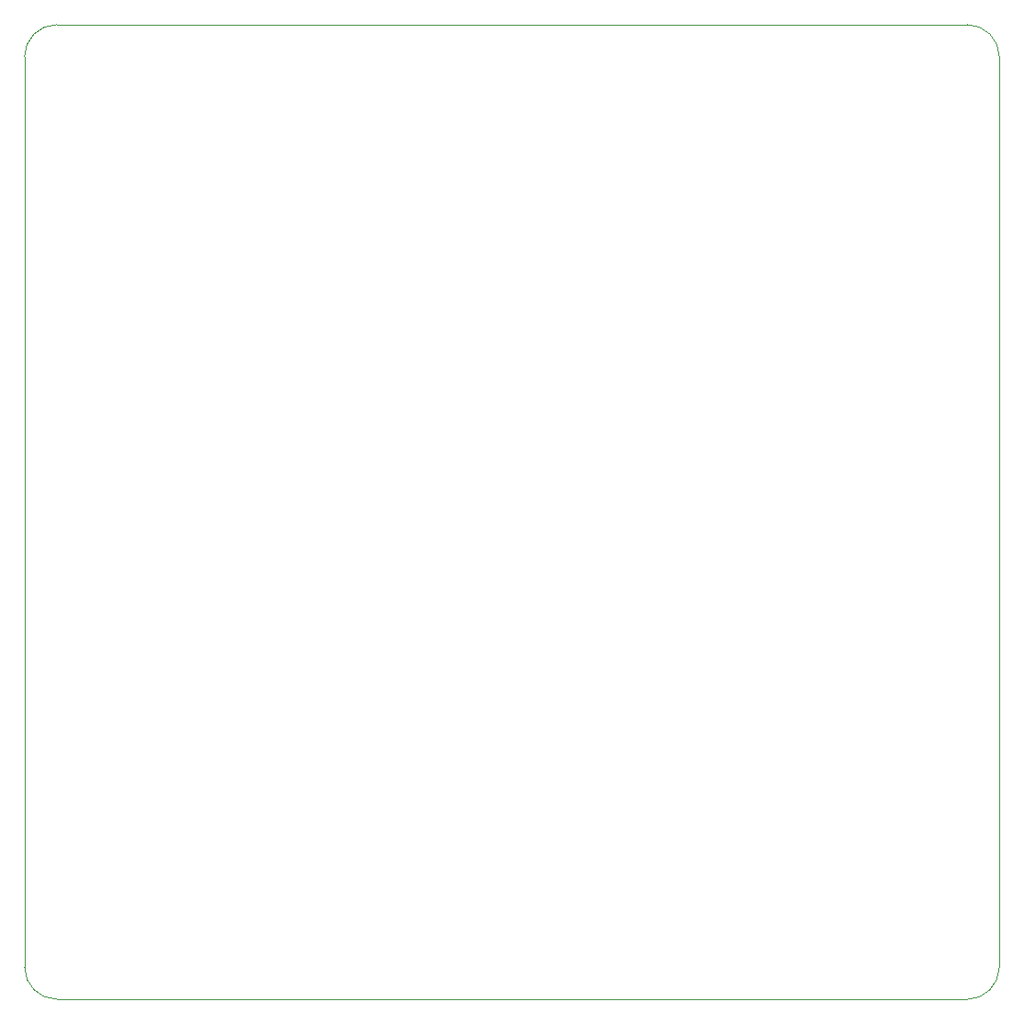
<source format=gbr>
%TF.GenerationSoftware,Altium Limited,Altium Designer,20.1.12 (249)*%
G04 Layer_Color=0*
%FSLAX26Y26*%
%MOIN*%
%TF.SameCoordinates,9A69000A-E238-45F2-933B-10B012A913B3*%
%TF.FilePolarity,Positive*%
%TF.FileFunction,Profile,NP*%
%TF.Part,Single*%
G01*
G75*
%TA.AperFunction,Profile*%
%ADD13C,0.001000*%
D13*
X121627Y6257D02*
G02*
X5000Y122884I0J116627D01*
G01*
Y122884D01*
X5001Y3426399D01*
D02*
G02*
X121790Y3543188I116790J0D01*
G01*
Y3543383D01*
X3425814D01*
D02*
G02*
X3543111Y3426087I0J-117296D01*
G01*
Y123220D01*
X3543187D01*
D02*
G02*
X3424967Y5000I-118220J0D01*
G01*
X3424924D01*
X121627Y6257D01*
%TF.MD5,e12b6f42c6399f0ffe6c804d100b3283*%
M02*

</source>
